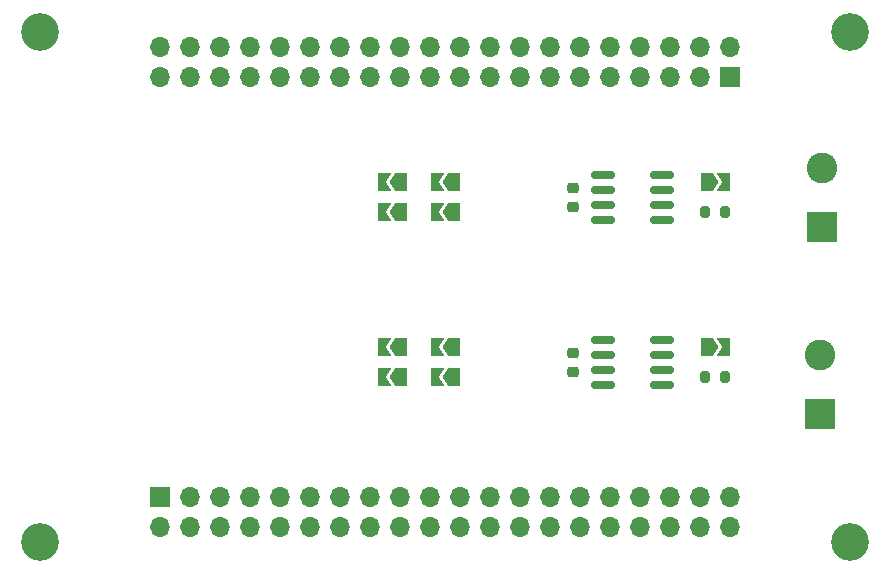
<source format=gbr>
G04 #@! TF.GenerationSoftware,KiCad,Pcbnew,7.0.9+dfsg-1*
G04 #@! TF.CreationDate,2023-12-12T22:55:21+08:00*
G04 #@! TF.ProjectId,can,63616e2e-6b69-4636-9164-5f7063625858,a*
G04 #@! TF.SameCoordinates,Original*
G04 #@! TF.FileFunction,Soldermask,Top*
G04 #@! TF.FilePolarity,Negative*
%FSLAX46Y46*%
G04 Gerber Fmt 4.6, Leading zero omitted, Abs format (unit mm)*
G04 Created by KiCad (PCBNEW 7.0.9+dfsg-1) date 2023-12-12 22:55:21*
%MOMM*%
%LPD*%
G01*
G04 APERTURE LIST*
G04 Aperture macros list*
%AMRoundRect*
0 Rectangle with rounded corners*
0 $1 Rounding radius*
0 $2 $3 $4 $5 $6 $7 $8 $9 X,Y pos of 4 corners*
0 Add a 4 corners polygon primitive as box body*
4,1,4,$2,$3,$4,$5,$6,$7,$8,$9,$2,$3,0*
0 Add four circle primitives for the rounded corners*
1,1,$1+$1,$2,$3*
1,1,$1+$1,$4,$5*
1,1,$1+$1,$6,$7*
1,1,$1+$1,$8,$9*
0 Add four rect primitives between the rounded corners*
20,1,$1+$1,$2,$3,$4,$5,0*
20,1,$1+$1,$4,$5,$6,$7,0*
20,1,$1+$1,$6,$7,$8,$9,0*
20,1,$1+$1,$8,$9,$2,$3,0*%
%AMFreePoly0*
4,1,6,1.000000,0.000000,0.500000,-0.750000,-0.500000,-0.750000,-0.500000,0.750000,0.500000,0.750000,1.000000,0.000000,1.000000,0.000000,$1*%
%AMFreePoly1*
4,1,6,0.500000,-0.750000,-0.650000,-0.750000,-0.150000,0.000000,-0.650000,0.750000,0.500000,0.750000,0.500000,-0.750000,0.500000,-0.750000,$1*%
G04 Aperture macros list end*
%ADD10C,3.200000*%
%ADD11RoundRect,0.200000X-0.200000X-0.275000X0.200000X-0.275000X0.200000X0.275000X-0.200000X0.275000X0*%
%ADD12R,2.600000X2.600000*%
%ADD13C,2.600000*%
%ADD14RoundRect,0.225000X0.250000X-0.225000X0.250000X0.225000X-0.250000X0.225000X-0.250000X-0.225000X0*%
%ADD15FreePoly0,180.000000*%
%ADD16FreePoly1,180.000000*%
%ADD17R,1.700000X1.700000*%
%ADD18O,1.700000X1.700000*%
%ADD19RoundRect,0.150000X-0.825000X-0.150000X0.825000X-0.150000X0.825000X0.150000X-0.825000X0.150000X0*%
%ADD20FreePoly0,0.000000*%
%ADD21FreePoly1,0.000000*%
G04 APERTURE END LIST*
D10*
G04 #@! TO.C,J1*
X115570000Y-77470000D03*
X115570000Y-120650000D03*
X184150000Y-77470000D03*
X184150000Y-120650000D03*
G04 #@! TD*
D11*
G04 #@! TO.C,R2*
X171895000Y-106680000D03*
X173545000Y-106680000D03*
G04 #@! TD*
D12*
G04 #@! TO.C,J5*
X181610000Y-109775000D03*
D13*
X181610000Y-104775000D03*
G04 #@! TD*
D11*
G04 #@! TO.C,R1*
X171895000Y-92710000D03*
X173545000Y-92710000D03*
G04 #@! TD*
D14*
G04 #@! TO.C,C1*
X160655000Y-92215000D03*
X160655000Y-90665000D03*
G04 #@! TD*
D15*
G04 #@! TO.C,JP7*
X146140000Y-106680000D03*
D16*
X144690000Y-106680000D03*
G04 #@! TD*
D17*
G04 #@! TO.C,J2*
X125730000Y-116840000D03*
D18*
X125730000Y-119380000D03*
X128270000Y-116840000D03*
X128270000Y-119380000D03*
X130810000Y-116840000D03*
X130810000Y-119380000D03*
X133350000Y-116840000D03*
X133350000Y-119380000D03*
X135890000Y-116840000D03*
X135890000Y-119380000D03*
X138430000Y-116840000D03*
X138430000Y-119380000D03*
X140970000Y-116840000D03*
X140970000Y-119380000D03*
X143510000Y-116840000D03*
X143510000Y-119380000D03*
X146050000Y-116840000D03*
X146050000Y-119380000D03*
X148590000Y-116840000D03*
X148590000Y-119380000D03*
X151130000Y-116840000D03*
X151130000Y-119380000D03*
X153670000Y-116840000D03*
X153670000Y-119380000D03*
X156210000Y-116840000D03*
X156210000Y-119380000D03*
X158750000Y-116840000D03*
X158750000Y-119380000D03*
X161290000Y-116840000D03*
X161290000Y-119380000D03*
X163830000Y-116840000D03*
X163830000Y-119380000D03*
X166370000Y-116840000D03*
X166370000Y-119380000D03*
X168910000Y-116840000D03*
X168910000Y-119380000D03*
X171450000Y-116840000D03*
X171450000Y-119380000D03*
X173990000Y-116840000D03*
X173990000Y-119380000D03*
G04 #@! TD*
D19*
G04 #@! TO.C,U2*
X163260000Y-103505000D03*
X163260000Y-104775000D03*
X163260000Y-106045000D03*
X163260000Y-107315000D03*
X168210000Y-107315000D03*
X168210000Y-106045000D03*
X168210000Y-104775000D03*
X168210000Y-103505000D03*
G04 #@! TD*
G04 #@! TO.C,U1*
X163260000Y-89535000D03*
X163260000Y-90805000D03*
X163260000Y-92075000D03*
X163260000Y-93345000D03*
X168210000Y-93345000D03*
X168210000Y-92075000D03*
X168210000Y-90805000D03*
X168210000Y-89535000D03*
G04 #@! TD*
D15*
G04 #@! TO.C,JP8*
X150585000Y-104140000D03*
D16*
X149135000Y-104140000D03*
G04 #@! TD*
D20*
G04 #@! TO.C,JP10*
X171995000Y-104140000D03*
D21*
X173445000Y-104140000D03*
G04 #@! TD*
D15*
G04 #@! TO.C,JP4*
X150585000Y-92710000D03*
D16*
X149135000Y-92710000D03*
G04 #@! TD*
D15*
G04 #@! TO.C,JP3*
X146140000Y-92710000D03*
D16*
X144690000Y-92710000D03*
G04 #@! TD*
D17*
G04 #@! TO.C,J3*
X173990000Y-81280000D03*
D18*
X173990000Y-78740000D03*
X171450000Y-81280000D03*
X171450000Y-78740000D03*
X168910000Y-81280000D03*
X168910000Y-78740000D03*
X166370000Y-81280000D03*
X166370000Y-78740000D03*
X163830000Y-81280000D03*
X163830000Y-78740000D03*
X161290000Y-81280000D03*
X161290000Y-78740000D03*
X158750000Y-81280000D03*
X158750000Y-78740000D03*
X156210000Y-81280000D03*
X156210000Y-78740000D03*
X153670000Y-81280000D03*
X153670000Y-78740000D03*
X151130000Y-81280000D03*
X151130000Y-78740000D03*
X148590000Y-81280000D03*
X148590000Y-78740000D03*
X146050000Y-81280000D03*
X146050000Y-78740000D03*
X143510000Y-81280000D03*
X143510000Y-78740000D03*
X140970000Y-81280000D03*
X140970000Y-78740000D03*
X138430000Y-81280000D03*
X138430000Y-78740000D03*
X135890000Y-81280000D03*
X135890000Y-78740000D03*
X133350000Y-81280000D03*
X133350000Y-78740000D03*
X130810000Y-81280000D03*
X130810000Y-78740000D03*
X128270000Y-81280000D03*
X128270000Y-78740000D03*
X125730000Y-81280000D03*
X125730000Y-78740000D03*
G04 #@! TD*
D12*
G04 #@! TO.C,J4*
X181745000Y-93940000D03*
D13*
X181745000Y-88940000D03*
G04 #@! TD*
D20*
G04 #@! TO.C,JP9*
X171995000Y-90170000D03*
D21*
X173445000Y-90170000D03*
G04 #@! TD*
D14*
G04 #@! TO.C,C2*
X160655000Y-106185000D03*
X160655000Y-104635000D03*
G04 #@! TD*
D15*
G04 #@! TO.C,JP6*
X150585000Y-106680000D03*
D16*
X149135000Y-106680000D03*
G04 #@! TD*
D15*
G04 #@! TO.C,JP2*
X150585000Y-90170000D03*
D16*
X149135000Y-90170000D03*
G04 #@! TD*
D15*
G04 #@! TO.C,JP5*
X146140000Y-104140000D03*
D16*
X144690000Y-104140000D03*
G04 #@! TD*
D15*
G04 #@! TO.C,JP1*
X146140000Y-90170000D03*
D16*
X144690000Y-90170000D03*
G04 #@! TD*
M02*

</source>
